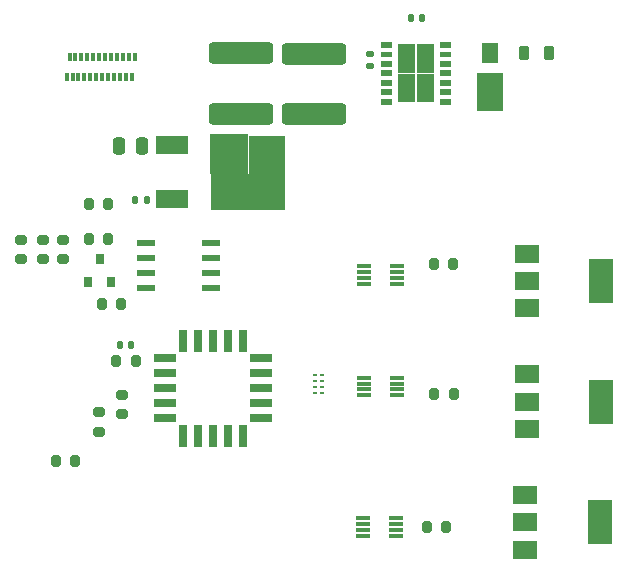
<source format=gtp>
G04 #@! TF.GenerationSoftware,KiCad,Pcbnew,(6.0.1-0)*
G04 #@! TF.CreationDate,2022-05-03T07:14:09+06:00*
G04 #@! TF.ProjectId,Sound Sensor,536f756e-6420-4536-956e-736f722e6b69,rev?*
G04 #@! TF.SameCoordinates,Original*
G04 #@! TF.FileFunction,Paste,Top*
G04 #@! TF.FilePolarity,Positive*
%FSLAX46Y46*%
G04 Gerber Fmt 4.6, Leading zero omitted, Abs format (unit mm)*
G04 Created by KiCad (PCBNEW (6.0.1-0)) date 2022-05-03 07:14:09*
%MOMM*%
%LPD*%
G01*
G04 APERTURE LIST*
G04 Aperture macros list*
%AMRoundRect*
0 Rectangle with rounded corners*
0 $1 Rounding radius*
0 $2 $3 $4 $5 $6 $7 $8 $9 X,Y pos of 4 corners*
0 Add a 4 corners polygon primitive as box body*
4,1,4,$2,$3,$4,$5,$6,$7,$8,$9,$2,$3,0*
0 Add four circle primitives for the rounded corners*
1,1,$1+$1,$2,$3*
1,1,$1+$1,$4,$5*
1,1,$1+$1,$6,$7*
1,1,$1+$1,$8,$9*
0 Add four rect primitives between the rounded corners*
20,1,$1+$1,$2,$3,$4,$5,0*
20,1,$1+$1,$4,$5,$6,$7,0*
20,1,$1+$1,$6,$7,$8,$9,0*
20,1,$1+$1,$8,$9,$2,$3,0*%
G04 Aperture macros list end*
%ADD10C,0.100000*%
%ADD11RoundRect,0.200000X0.200000X0.275000X-0.200000X0.275000X-0.200000X-0.275000X0.200000X-0.275000X0*%
%ADD12RoundRect,0.140000X0.140000X0.170000X-0.140000X0.170000X-0.140000X-0.170000X0.140000X-0.170000X0*%
%ADD13R,1.500000X0.600000*%
%ADD14RoundRect,0.250000X-2.450000X0.650000X-2.450000X-0.650000X2.450000X-0.650000X2.450000X0.650000X0*%
%ADD15RoundRect,0.200000X-0.200000X-0.275000X0.200000X-0.275000X0.200000X0.275000X-0.200000X0.275000X0*%
%ADD16RoundRect,0.250000X0.250000X0.475000X-0.250000X0.475000X-0.250000X-0.475000X0.250000X-0.475000X0*%
%ADD17RoundRect,0.200000X-0.275000X0.200000X-0.275000X-0.200000X0.275000X-0.200000X0.275000X0.200000X0*%
%ADD18RoundRect,0.140000X-0.140000X-0.170000X0.140000X-0.170000X0.140000X0.170000X-0.140000X0.170000X0*%
%ADD19RoundRect,0.140000X-0.170000X0.140000X-0.170000X-0.140000X0.170000X-0.140000X0.170000X0.140000X0*%
%ADD20RoundRect,0.008100X-0.551900X-0.126900X0.551900X-0.126900X0.551900X0.126900X-0.551900X0.126900X0*%
%ADD21R,0.300000X0.700000*%
%ADD22R,0.700000X1.925000*%
%ADD23R,1.925000X0.700000*%
%ADD24R,0.800000X0.900000*%
%ADD25R,2.000000X1.500000*%
%ADD26R,2.000000X3.800000*%
%ADD27RoundRect,0.218750X-0.218750X-0.381250X0.218750X-0.381250X0.218750X0.381250X-0.218750X0.381250X0*%
%ADD28R,0.350000X0.200000*%
%ADD29R,3.025000X3.325000*%
%ADD30R,3.025000X3.025000*%
%ADD31R,3.200000X3.375000*%
%ADD32R,3.225000X3.025000*%
%ADD33R,2.800000X1.500000*%
%ADD34RoundRect,0.200000X0.275000X-0.200000X0.275000X0.200000X-0.275000X0.200000X-0.275000X-0.200000X0*%
%ADD35R,1.447800X1.701800*%
%ADD36R,2.209800X3.302000*%
G04 APERTURE END LIST*
D10*
X203923150Y-104489976D02*
X203923150Y-104890026D01*
X203923150Y-104890026D02*
X204723250Y-104890026D01*
X204723250Y-104890026D02*
X204723250Y-104489976D01*
X204723250Y-104489976D02*
X203923150Y-104489976D01*
G36*
X204723250Y-104890026D02*
G01*
X203923150Y-104890026D01*
X203923150Y-104489976D01*
X204723250Y-104489976D01*
X204723250Y-104890026D01*
G37*
X204723250Y-104890026D02*
X203923150Y-104890026D01*
X203923150Y-104489976D01*
X204723250Y-104489976D01*
X204723250Y-104890026D01*
X198916750Y-108489975D02*
X198916750Y-108890025D01*
X198916750Y-108890025D02*
X199716850Y-108890025D01*
X199716850Y-108890025D02*
X199716850Y-108489975D01*
X199716850Y-108489975D02*
X198916750Y-108489975D01*
G36*
X199716850Y-108890025D02*
G01*
X198916750Y-108890025D01*
X198916750Y-108489975D01*
X199716850Y-108489975D01*
X199716850Y-108890025D01*
G37*
X199716850Y-108890025D02*
X198916750Y-108890025D01*
X198916750Y-108489975D01*
X199716850Y-108489975D01*
X199716850Y-108890025D01*
X200320051Y-106389949D02*
X200320051Y-108689949D01*
X200320051Y-108689949D02*
X201720051Y-108689949D01*
X201720051Y-108689949D02*
X201720051Y-106389949D01*
X201720051Y-106389949D02*
X200320051Y-106389949D01*
G36*
X201720051Y-108689949D02*
G01*
X200320051Y-108689949D01*
X200320051Y-106389949D01*
X201720051Y-106389949D01*
X201720051Y-108689949D01*
G37*
X201720051Y-108689949D02*
X200320051Y-108689949D01*
X200320051Y-106389949D01*
X201720051Y-106389949D01*
X201720051Y-108689949D01*
X198916750Y-106889973D02*
X198916750Y-107290023D01*
X198916750Y-107290023D02*
X199716850Y-107290023D01*
X199716850Y-107290023D02*
X199716850Y-106889973D01*
X199716850Y-106889973D02*
X198916750Y-106889973D01*
G36*
X199716850Y-107290023D02*
G01*
X198916750Y-107290023D01*
X198916750Y-106889973D01*
X199716850Y-106889973D01*
X199716850Y-107290023D01*
G37*
X199716850Y-107290023D02*
X198916750Y-107290023D01*
X198916750Y-106889973D01*
X199716850Y-106889973D01*
X199716850Y-107290023D01*
X198916750Y-103689975D02*
X198916750Y-104090025D01*
X198916750Y-104090025D02*
X199716850Y-104090025D01*
X199716850Y-104090025D02*
X199716850Y-103689975D01*
X199716850Y-103689975D02*
X198916750Y-103689975D01*
G36*
X199716850Y-104090025D02*
G01*
X198916750Y-104090025D01*
X198916750Y-103689975D01*
X199716850Y-103689975D01*
X199716850Y-104090025D01*
G37*
X199716850Y-104090025D02*
X198916750Y-104090025D01*
X198916750Y-103689975D01*
X199716850Y-103689975D01*
X199716850Y-104090025D01*
X201919949Y-103890051D02*
X201919949Y-106190051D01*
X201919949Y-106190051D02*
X203319949Y-106190051D01*
X203319949Y-106190051D02*
X203319949Y-103890051D01*
X203319949Y-103890051D02*
X201919949Y-103890051D01*
G36*
X203319949Y-106190051D02*
G01*
X201919949Y-106190051D01*
X201919949Y-103890051D01*
X203319949Y-103890051D01*
X203319949Y-106190051D01*
G37*
X203319949Y-106190051D02*
X201919949Y-106190051D01*
X201919949Y-103890051D01*
X203319949Y-103890051D01*
X203319949Y-106190051D01*
X198916750Y-105289974D02*
X198916750Y-105690024D01*
X198916750Y-105690024D02*
X199716850Y-105690024D01*
X199716850Y-105690024D02*
X199716850Y-105289974D01*
X199716850Y-105289974D02*
X198916750Y-105289974D01*
G36*
X199716850Y-105690024D02*
G01*
X198916750Y-105690024D01*
X198916750Y-105289974D01*
X199716850Y-105289974D01*
X199716850Y-105690024D01*
G37*
X199716850Y-105690024D02*
X198916750Y-105690024D01*
X198916750Y-105289974D01*
X199716850Y-105289974D01*
X199716850Y-105690024D01*
X198916750Y-107689974D02*
X198916750Y-108090024D01*
X198916750Y-108090024D02*
X199716850Y-108090024D01*
X199716850Y-108090024D02*
X199716850Y-107689974D01*
X199716850Y-107689974D02*
X198916750Y-107689974D01*
G36*
X199716850Y-108090024D02*
G01*
X198916750Y-108090024D01*
X198916750Y-107689974D01*
X199716850Y-107689974D01*
X199716850Y-108090024D01*
G37*
X199716850Y-108090024D02*
X198916750Y-108090024D01*
X198916750Y-107689974D01*
X199716850Y-107689974D01*
X199716850Y-108090024D01*
X198916750Y-106089975D02*
X198916750Y-106490025D01*
X198916750Y-106490025D02*
X199716850Y-106490025D01*
X199716850Y-106490025D02*
X199716850Y-106089975D01*
X199716850Y-106089975D02*
X198916750Y-106089975D01*
G36*
X199716850Y-106490025D02*
G01*
X198916750Y-106490025D01*
X198916750Y-106089975D01*
X199716850Y-106089975D01*
X199716850Y-106490025D01*
G37*
X199716850Y-106490025D02*
X198916750Y-106490025D01*
X198916750Y-106089975D01*
X199716850Y-106089975D01*
X199716850Y-106490025D01*
X203923150Y-106089975D02*
X203923150Y-106490025D01*
X203923150Y-106490025D02*
X204723250Y-106490025D01*
X204723250Y-106490025D02*
X204723250Y-106089975D01*
X204723250Y-106089975D02*
X203923150Y-106089975D01*
G36*
X204723250Y-106490025D02*
G01*
X203923150Y-106490025D01*
X203923150Y-106089975D01*
X204723250Y-106089975D01*
X204723250Y-106490025D01*
G37*
X204723250Y-106490025D02*
X203923150Y-106490025D01*
X203923150Y-106089975D01*
X204723250Y-106089975D01*
X204723250Y-106490025D01*
X203923150Y-108489975D02*
X203923150Y-108890025D01*
X203923150Y-108890025D02*
X204723250Y-108890025D01*
X204723250Y-108890025D02*
X204723250Y-108489975D01*
X204723250Y-108489975D02*
X203923150Y-108489975D01*
G36*
X204723250Y-108890025D02*
G01*
X203923150Y-108890025D01*
X203923150Y-108489975D01*
X204723250Y-108489975D01*
X204723250Y-108890025D01*
G37*
X204723250Y-108890025D02*
X203923150Y-108890025D01*
X203923150Y-108489975D01*
X204723250Y-108489975D01*
X204723250Y-108890025D01*
X201919949Y-106389949D02*
X201919949Y-108689949D01*
X201919949Y-108689949D02*
X203319949Y-108689949D01*
X203319949Y-108689949D02*
X203319949Y-106389949D01*
X203319949Y-106389949D02*
X201919949Y-106389949D01*
G36*
X203319949Y-108689949D02*
G01*
X201919949Y-108689949D01*
X201919949Y-106389949D01*
X203319949Y-106389949D01*
X203319949Y-108689949D01*
G37*
X203319949Y-108689949D02*
X201919949Y-108689949D01*
X201919949Y-106389949D01*
X203319949Y-106389949D01*
X203319949Y-108689949D01*
X203923150Y-106889976D02*
X203923150Y-107290026D01*
X203923150Y-107290026D02*
X204723250Y-107290026D01*
X204723250Y-107290026D02*
X204723250Y-106889976D01*
X204723250Y-106889976D02*
X203923150Y-106889976D01*
G36*
X204723250Y-107290026D02*
G01*
X203923150Y-107290026D01*
X203923150Y-106889976D01*
X204723250Y-106889976D01*
X204723250Y-107290026D01*
G37*
X204723250Y-107290026D02*
X203923150Y-107290026D01*
X203923150Y-106889976D01*
X204723250Y-106889976D01*
X204723250Y-107290026D01*
X200320051Y-103890051D02*
X200320051Y-106190051D01*
X200320051Y-106190051D02*
X201720051Y-106190051D01*
X201720051Y-106190051D02*
X201720051Y-103890051D01*
X201720051Y-103890051D02*
X200320051Y-103890051D01*
G36*
X201720051Y-106190051D02*
G01*
X200320051Y-106190051D01*
X200320051Y-103890051D01*
X201720051Y-103890051D01*
X201720051Y-106190051D01*
G37*
X201720051Y-106190051D02*
X200320051Y-106190051D01*
X200320051Y-103890051D01*
X201720051Y-103890051D01*
X201720051Y-106190051D01*
X203923150Y-105289977D02*
X203923150Y-105690027D01*
X203923150Y-105690027D02*
X204723250Y-105690027D01*
X204723250Y-105690027D02*
X204723250Y-105289977D01*
X204723250Y-105289977D02*
X203923150Y-105289977D01*
G36*
X204723250Y-105690027D02*
G01*
X203923150Y-105690027D01*
X203923150Y-105289977D01*
X204723250Y-105289977D01*
X204723250Y-105690027D01*
G37*
X204723250Y-105690027D02*
X203923150Y-105690027D01*
X203923150Y-105289977D01*
X204723250Y-105289977D01*
X204723250Y-105690027D01*
X203923150Y-103689975D02*
X203923150Y-104090025D01*
X203923150Y-104090025D02*
X204723250Y-104090025D01*
X204723250Y-104090025D02*
X204723250Y-103689975D01*
X204723250Y-103689975D02*
X203923150Y-103689975D01*
G36*
X204723250Y-104090025D02*
G01*
X203923150Y-104090025D01*
X203923150Y-103689975D01*
X204723250Y-103689975D01*
X204723250Y-104090025D01*
G37*
X204723250Y-104090025D02*
X203923150Y-104090025D01*
X203923150Y-103689975D01*
X204723250Y-103689975D01*
X204723250Y-104090025D01*
X198916750Y-104489976D02*
X198916750Y-104890026D01*
X198916750Y-104890026D02*
X199716850Y-104890026D01*
X199716850Y-104890026D02*
X199716850Y-104489976D01*
X199716850Y-104489976D02*
X198916750Y-104489976D01*
G36*
X199716850Y-104890026D02*
G01*
X198916750Y-104890026D01*
X198916750Y-104489976D01*
X199716850Y-104489976D01*
X199716850Y-104890026D01*
G37*
X199716850Y-104890026D02*
X198916750Y-104890026D01*
X198916750Y-104489976D01*
X199716850Y-104489976D01*
X199716850Y-104890026D01*
X203923150Y-107689974D02*
X203923150Y-108090024D01*
X203923150Y-108090024D02*
X204723250Y-108090024D01*
X204723250Y-108090024D02*
X204723250Y-107689974D01*
X204723250Y-107689974D02*
X203923150Y-107689974D01*
G36*
X204723250Y-108090024D02*
G01*
X203923150Y-108090024D01*
X203923150Y-107689974D01*
X204723250Y-107689974D01*
X204723250Y-108090024D01*
G37*
X204723250Y-108090024D02*
X203923150Y-108090024D01*
X203923150Y-107689974D01*
X204723250Y-107689974D01*
X204723250Y-108090024D01*
D11*
X178115000Y-130670000D03*
X176465000Y-130670000D03*
D12*
X202390000Y-101609000D03*
X201430000Y-101609000D03*
D11*
X176895000Y-125850000D03*
X175245000Y-125850000D03*
D13*
X179010000Y-120735000D03*
X179010000Y-122005000D03*
X179010000Y-123275000D03*
X179010000Y-124545000D03*
X184510000Y-124545000D03*
X184510000Y-123275000D03*
X184510000Y-122005000D03*
X184510000Y-120735000D03*
D14*
X187020000Y-104639000D03*
X187020000Y-109739000D03*
X193210000Y-104669000D03*
X193210000Y-109769000D03*
D15*
X202755000Y-144740000D03*
X204405000Y-144740000D03*
D16*
X178620000Y-112480000D03*
X176720000Y-112480000D03*
D17*
X170240000Y-120405000D03*
X170240000Y-122055000D03*
D18*
X176790000Y-129310000D03*
X177750000Y-129310000D03*
D15*
X203425000Y-133520000D03*
X205075000Y-133520000D03*
D19*
X197990000Y-104729000D03*
X197990000Y-105689000D03*
D20*
X197445000Y-122640000D03*
X197445000Y-123140000D03*
X197445000Y-123640000D03*
X197445000Y-124140000D03*
X200255000Y-124140000D03*
X200255000Y-123640000D03*
X200255000Y-123140000D03*
X200255000Y-122640000D03*
D17*
X172000000Y-120405000D03*
X172000000Y-122055000D03*
D20*
X197385000Y-143990000D03*
X197385000Y-144490000D03*
X197385000Y-144990000D03*
X197385000Y-145490000D03*
X200195000Y-145490000D03*
X200195000Y-144990000D03*
X200195000Y-144490000D03*
X200195000Y-143990000D03*
D21*
X177780000Y-106620000D03*
X177280000Y-106620000D03*
X176780000Y-106620000D03*
X176280000Y-106620000D03*
X175780000Y-106620000D03*
X175280000Y-106620000D03*
X174780000Y-106620000D03*
X174280000Y-106620000D03*
X173780000Y-106620000D03*
X173280000Y-106620000D03*
X172780000Y-106620000D03*
X172280000Y-106620000D03*
X172530000Y-104920000D03*
X173030000Y-104920000D03*
X173530000Y-104920000D03*
X174030000Y-104920000D03*
X174530000Y-104920000D03*
X175030000Y-104920000D03*
X175530000Y-104920000D03*
X176030000Y-104920000D03*
X176530000Y-104920000D03*
X177030000Y-104920000D03*
X177530000Y-104920000D03*
X178030000Y-104920000D03*
D22*
X184670000Y-128957500D03*
X183400000Y-128957500D03*
X182130000Y-128957500D03*
D23*
X180617500Y-130470000D03*
X180617500Y-131740000D03*
X180617500Y-133010000D03*
X180617500Y-134280000D03*
X180617500Y-135550000D03*
D22*
X182130000Y-137062500D03*
X183400000Y-137062500D03*
X184670000Y-137062500D03*
X185940000Y-137062500D03*
X187210000Y-137062500D03*
D23*
X188722500Y-135550000D03*
X188722500Y-134280000D03*
X188722500Y-133010000D03*
X188722500Y-131740000D03*
X188722500Y-130470000D03*
D22*
X187210000Y-128957500D03*
X185940000Y-128957500D03*
D20*
X197445000Y-132100000D03*
X197445000Y-132600000D03*
X197445000Y-133100000D03*
X197445000Y-133600000D03*
X200255000Y-133600000D03*
X200255000Y-133100000D03*
X200255000Y-132600000D03*
X200255000Y-132100000D03*
D24*
X174130000Y-124030000D03*
X176030000Y-124030000D03*
X175080000Y-122030000D03*
D25*
X211100000Y-142050000D03*
X211100000Y-144350000D03*
X211100000Y-146650000D03*
D26*
X217400000Y-144350000D03*
D15*
X203355000Y-122480000D03*
X205005000Y-122480000D03*
D27*
X210997500Y-104569000D03*
X213122500Y-104569000D03*
D28*
X193280000Y-131870000D03*
X193280000Y-132370000D03*
X193280000Y-132870000D03*
X193280000Y-133370000D03*
X193880000Y-133370000D03*
X193880000Y-132870000D03*
X193880000Y-132370000D03*
X193880000Y-131870000D03*
D17*
X168380000Y-120425000D03*
X168380000Y-122075000D03*
D29*
X189205000Y-113205000D03*
D30*
X189205000Y-116380000D03*
D31*
X186067500Y-113180000D03*
D32*
X186080000Y-116380000D03*
D33*
X181242500Y-112437500D03*
X181242500Y-116997500D03*
D25*
X211220000Y-121640000D03*
X211220000Y-123940000D03*
X211220000Y-126240000D03*
D26*
X217520000Y-123940000D03*
D15*
X174155000Y-117420000D03*
X175805000Y-117420000D03*
D12*
X179070000Y-117060000D03*
X178110000Y-117060000D03*
D25*
X211220000Y-131820000D03*
X211220000Y-134120000D03*
X211220000Y-136420000D03*
D26*
X217520000Y-134120000D03*
D11*
X173025000Y-139140000D03*
X171375000Y-139140000D03*
D17*
X176950000Y-133555000D03*
X176950000Y-135205000D03*
D34*
X174980000Y-136695000D03*
X174980000Y-135045000D03*
D35*
X208103450Y-104620900D03*
D36*
X208103450Y-107884800D03*
D15*
X174165000Y-120370000D03*
X175815000Y-120370000D03*
M02*

</source>
